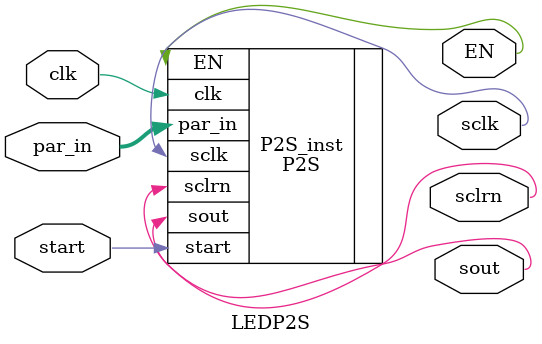
<source format=v>
module LEDP2S(
    input clk,
    input start,
    input[15:0] par_in,
    output sclk,
    output sclrn,
    output sout,
    output EN
);

P2S #(.BIT_WIDTH(16)) P2S_inst(
    .clk(clk),
    .start(start),
    .par_in(par_in),
    .sclk(sclk),
    .sclrn(sclrn),
    .sout(sout),
    .EN(EN)
);

endmodule
</source>
